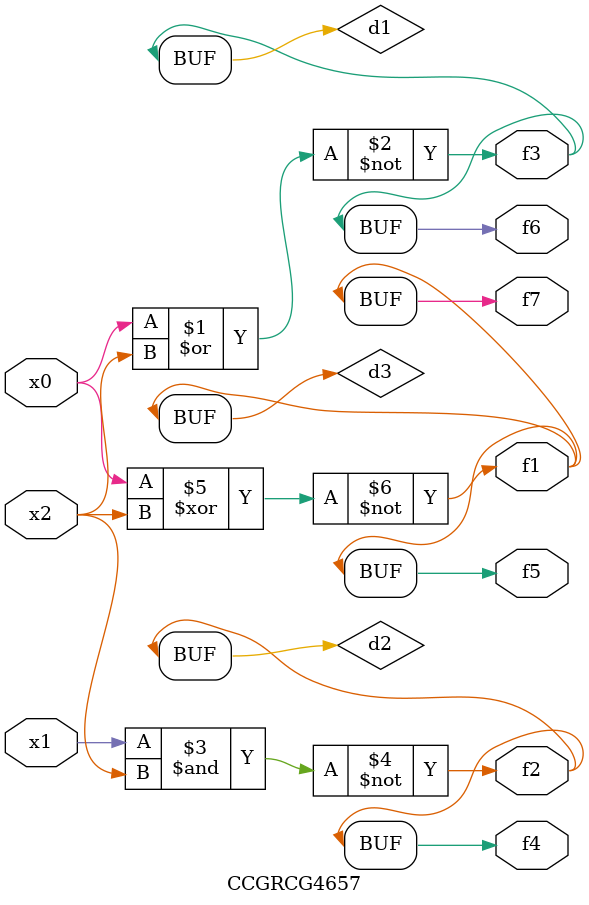
<source format=v>
module CCGRCG4657(
	input x0, x1, x2,
	output f1, f2, f3, f4, f5, f6, f7
);

	wire d1, d2, d3;

	nor (d1, x0, x2);
	nand (d2, x1, x2);
	xnor (d3, x0, x2);
	assign f1 = d3;
	assign f2 = d2;
	assign f3 = d1;
	assign f4 = d2;
	assign f5 = d3;
	assign f6 = d1;
	assign f7 = d3;
endmodule

</source>
